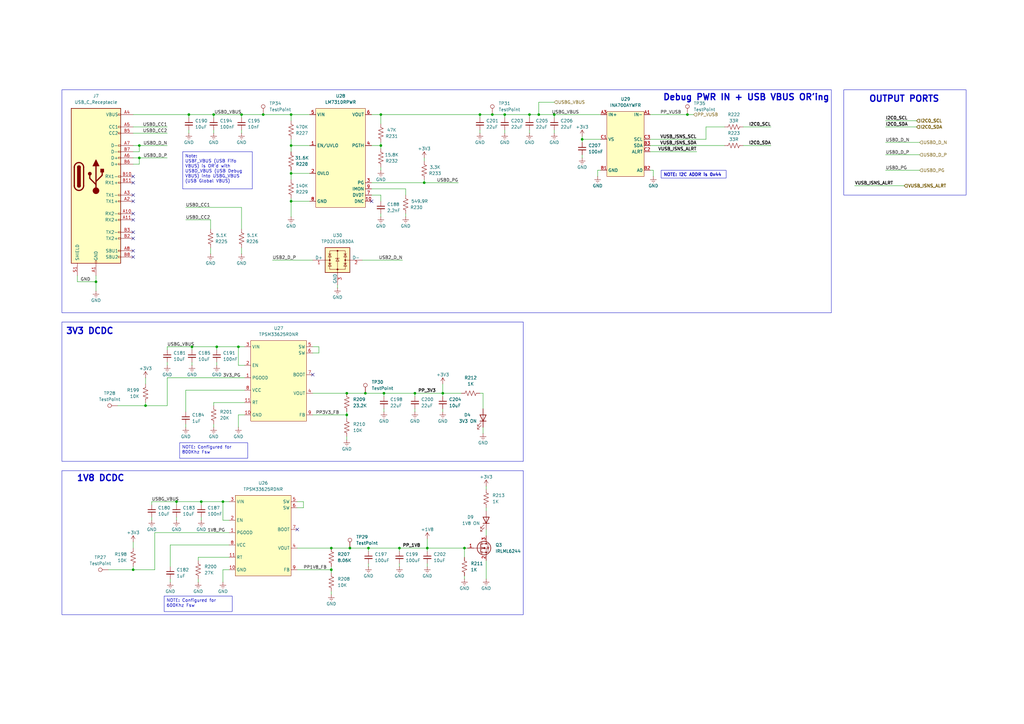
<source format=kicad_sch>
(kicad_sch (version 20250114) (generator "eeschema") (generator_version "9.0")
  (paper "A3")
  (title_block (title "Power") (date "2025-02-18") (rev "3.0") (company "Drexel University") (comment 1 "Designed by John Hofmeyr"))
  (rectangle (start 25.4 36.83) (end 340.995 128.27))
  (rectangle (start 25.4 193.04) (end 214.63 252.095))
  (rectangle (start 346.075 36.83) (end 396.24 80.01))
  (rectangle (start 25.4 132.08) (end 214.63 189.23))
  (text "1V8 DCDC" (at 41.275 196.215 0) (effects (font (size 2.54 2.54) (thickness 0.508) (bold yes))))
  (text "OUTPUT PORTS" (at 370.84 40.64 0) (effects (font (size 2.54 2.54) (thickness 0.508) (bold yes))))
  (text "3V3 DCDC" (at 36.83 135.89 0) (effects (font (size 2.54 2.54) (thickness 0.508) (bold yes))))
  (text "Debug PWR IN + USB VBUS OR'ing" (at 306.07 40.005 0) (effects (font (size 2.54 2.54) (thickness 0.508) (bold yes))))
  (text_box "NOTE: Configured for 800Khz Fsw" (at 73.66 181.61 0) (size 27.94 6.35) (margins 0.9525 0.9525 0.9525 0.9525) (effects (font (size 1.27 1.27)) (justify left top)))
  (text_box "NOTE: i2C ADDR is 0x44" (at 271.145 69.85 0) (size 26.67 3.175) (margins 0.9525 0.9525 0.9525 0.9525) (effects (font (size 1.27 1.27) (bold yes)) (justify left top)))
  (text_box "NOTE: Configured for 600Khz Fsw" (at 67.31 244.475 0) (size 27.94 6.35) (margins 0.9525 0.9525 0.9525 0.9525) (effects (font (size 1.27 1.27)) (justify left top)))
  (text_box "Note: \nUSBF_VBUS (USB Fifo VBUS) is OR'd with USBD_VBUS (USB Debug VBUS) into USBG_VBUS (USB Global VBUS)" (at 74.93 62.23 0) (size 28.575 15.24) (margins 0.9525 0.9525 0.9525 0.9525) (effects (font (size 1.27 1.27)) (justify left top)))
  (junction (at 196.85 46.99))
  (junction (at 217.17 46.99))
  (junction (at 54.61 233.68))
  (junction (at 72.39 205.74))
  (junction (at 207.01 46.99))
  (junction (at 87.63 46.99))
  (junction (at 97.79 142.24))
  (junction (at 82.55 205.74))
  (junction (at 181.61 161.29))
  (junction (at 281.94 46.99))
  (junction (at 190.5 224.79))
  (junction (at 119.38 82.55))
  (junction (at 142.24 161.29))
  (junction (at 57.15 59.69))
  (junction (at 157.48 161.29))
  (junction (at 39.37 115.57))
  (junction (at 156.21 46.99))
  (junction (at 91.44 205.74))
  (junction (at 88.9 142.24))
  (junction (at 99.06 46.99))
  (junction (at 151.13 224.79))
  (junction (at 119.38 71.12))
  (junction (at 173.99 74.93))
  (junction (at 143.51 224.79))
  (junction (at 220.98 46.99))
  (junction (at 119.38 59.69))
  (junction (at 135.89 233.68))
  (junction (at 142.24 170.18))
  (junction (at 238.76 57.15))
  (junction (at 175.26 224.79))
  (junction (at 156.21 59.69))
  (junction (at 59.69 166.37))
  (junction (at 149.86 161.29))
  (junction (at 77.47 46.99))
  (junction (at 227.33 46.99))
  (junction (at 163.83 224.79))
  (junction (at 135.89 224.79))
  (junction (at 107.95 46.99))
  (junction (at 57.15 64.77))
  (junction (at 78.74 142.24))
  (junction (at 119.38 46.99))
  (junction (at 170.18 161.29))
  (junction (at 201.93 46.99))
  (no_connect (at 128.27 153.67))
  (no_connect (at 54.61 90.17))
  (no_connect (at 54.61 82.55))
  (no_connect (at 152.4 82.55))
  (no_connect (at 54.61 105.41))
  (no_connect (at 54.61 72.39))
  (no_connect (at 121.92 217.17))
  (no_connect (at 54.61 102.87))
  (no_connect (at 54.61 87.63))
  (no_connect (at 54.61 80.01))
  (no_connect (at 54.61 74.93))
  (no_connect (at 54.61 95.25))
  (no_connect (at 54.61 97.79))
  (wire (pts (xy 175.26 231.14) (xy 175.26 232.41)))
  (wire (pts (xy 99.06 46.99) (xy 107.95 46.99)))
  (wire (pts (xy 81.28 228.6) (xy 81.28 229.87)))
  (wire (pts (xy 121.92 233.68) (xy 135.89 233.68)))
  (wire (pts (xy 135.89 232.41) (xy 135.89 233.68)))
  (wire (pts (xy 119.38 59.69) (xy 119.38 62.23)))
  (wire (pts (xy 100.33 160.02) (xy 76.2 160.02)))
  (wire (pts (xy 86.36 93.98) (xy 86.36 90.17)))
  (wire (pts (xy 238.76 57.15) (xy 238.76 58.42)))
  (wire (pts (xy 142.24 161.29) (xy 149.86 161.29)))
  (wire (pts (xy 82.55 212.09) (xy 82.55 213.36)))
  (wire (pts (xy 93.98 228.6) (xy 81.28 228.6)))
  (wire (pts (xy 201.93 46.99) (xy 207.01 46.99)))
  (wire (pts (xy 138.43 116.84) (xy 138.43 118.11)))
  (wire (pts (xy 165.1 106.68) (xy 148.59 106.68)))
  (wire (pts (xy 44.45 233.68) (xy 54.61 233.68)))
  (wire (pts (xy 207.01 46.99) (xy 217.17 46.99)))
  (wire (pts (xy 135.89 233.68) (xy 135.89 234.95)))
  (wire (pts (xy 166.37 77.47) (xy 166.37 80.01)))
  (wire (pts (xy 196.85 161.29) (xy 198.12 161.29)))
  (wire (pts (xy 78.74 142.24) (xy 78.74 143.51)))
  (wire (pts (xy 363.22 58.42) (xy 377.19 58.42)))
  (wire (pts (xy 121.92 205.74) (xy 124.46 205.74)))
  (wire (pts (xy 91.44 213.36) (xy 91.44 205.74)))
  (wire (pts (xy 207.01 53.34) (xy 207.01 54.61)))
  (wire (pts (xy 238.76 55.88) (xy 238.76 57.15)))
  (wire (pts (xy 88.9 142.24) (xy 88.9 143.51)))
  (wire (pts (xy 156.21 80.01) (xy 156.21 82.55)))
  (wire (pts (xy 217.17 48.26) (xy 217.17 46.99)))
  (wire (pts (xy 181.61 161.29) (xy 170.18 161.29)))
  (wire (pts (xy 97.79 149.86) (xy 97.79 142.24)))
  (wire (pts (xy 72.39 205.74) (xy 72.39 207.01)))
  (wire (pts (xy 217.17 46.99) (xy 220.98 46.99)))
  (wire (pts (xy 107.95 46.99) (xy 119.38 46.99)))
  (wire (pts (xy 175.26 220.98) (xy 175.26 224.79)))
  (wire (pts (xy 142.24 179.07) (xy 142.24 180.34)))
  (wire (pts (xy 88.9 142.24) (xy 97.79 142.24)))
  (wire (pts (xy 76.2 160.02) (xy 76.2 168.91)))
  (wire (pts (xy 196.85 46.99) (xy 201.93 46.99)))
  (wire (pts (xy 97.79 142.24) (xy 100.33 142.24)))
  (wire (pts (xy 156.21 59.69) (xy 156.21 58.42)))
  (wire (pts (xy 246.38 69.85) (xy 245.11 69.85)))
  (wire (pts (xy 157.48 161.29) (xy 157.48 162.56)))
  (wire (pts (xy 68.58 142.24) (xy 78.74 142.24)))
  (wire (pts (xy 86.36 104.14) (xy 86.36 101.6)))
  (wire (pts (xy 87.63 46.99) (xy 99.06 46.99)))
  (wire (pts (xy 156.21 46.99) (xy 196.85 46.99)))
  (wire (pts (xy 82.55 205.74) (xy 82.55 207.01)))
  (wire (pts (xy 157.48 161.29) (xy 170.18 161.29)))
  (wire (pts (xy 266.7 59.69) (xy 297.18 59.69)))
  (wire (pts (xy 119.38 81.28) (xy 119.38 82.55)))
  (wire (pts (xy 54.61 62.23) (xy 57.15 62.23)))
  (wire (pts (xy 124.46 205.74) (xy 124.46 208.28)))
  (wire (pts (xy 54.61 46.99) (xy 77.47 46.99)))
  (wire (pts (xy 304.8 59.69) (xy 316.23 59.69)))
  (wire (pts (xy 77.47 48.26) (xy 77.47 46.99)))
  (wire (pts (xy 175.26 224.79) (xy 163.83 224.79)))
  (wire (pts (xy 76.2 90.17) (xy 86.36 90.17)))
  (wire (pts (xy 119.38 69.85) (xy 119.38 71.12)))
  (wire (pts (xy 157.48 167.64) (xy 157.48 168.91)))
  (wire (pts (xy 227.33 46.99) (xy 246.38 46.99)))
  (wire (pts (xy 93.98 218.44) (xy 63.5 218.44)))
  (wire (pts (xy 72.39 212.09) (xy 72.39 213.36)))
  (wire (pts (xy 81.28 237.49) (xy 81.28 238.76)))
  (wire (pts (xy 363.22 52.07) (xy 375.92 52.07)))
  (wire (pts (xy 181.61 157.48) (xy 181.61 161.29)))
  (wire (pts (xy 68.58 166.37) (xy 59.69 166.37)))
  (wire (pts (xy 54.61 64.77) (xy 57.15 64.77)))
  (wire (pts (xy 76.2 173.99) (xy 76.2 175.26)))
  (wire (pts (xy 48.26 166.37) (xy 59.69 166.37)))
  (wire (pts (xy 119.38 71.12) (xy 127 71.12)))
  (wire (pts (xy 93.98 233.68) (xy 91.44 233.68)))
  (wire (pts (xy 363.22 63.5) (xy 377.19 63.5)))
  (wire (pts (xy 99.06 53.34) (xy 99.06 54.61)))
  (wire (pts (xy 100.33 149.86) (xy 97.79 149.86)))
  (wire (pts (xy 130.81 144.78) (xy 128.27 144.78)))
  (wire (pts (xy 196.85 48.26) (xy 196.85 46.99)))
  (wire (pts (xy 281.94 46.99) (xy 284.48 46.99)))
  (wire (pts (xy 304.8 52.07) (xy 316.23 52.07)))
  (wire (pts (xy 266.7 46.99) (xy 281.94 46.99)))
  (wire (pts (xy 54.61 52.07) (xy 68.58 52.07)))
  (wire (pts (xy 238.76 63.5) (xy 238.76 64.77)))
  (wire (pts (xy 166.37 87.63) (xy 166.37 88.9)))
  (wire (pts (xy 78.74 142.24) (xy 88.9 142.24)))
  (wire (pts (xy 119.38 46.99) (xy 119.38 49.53)))
  (wire (pts (xy 149.86 161.29) (xy 157.48 161.29)))
  (wire (pts (xy 181.61 162.56) (xy 181.61 161.29)))
  (wire (pts (xy 59.69 154.94) (xy 59.69 157.48)))
  (wire (pts (xy 163.83 224.79) (xy 163.83 226.06)))
  (wire (pts (xy 152.4 59.69) (xy 156.21 59.69)))
  (wire (pts (xy 130.81 142.24) (xy 130.81 144.78)))
  (wire (pts (xy 190.5 224.79) (xy 190.5 228.6)))
  (wire (pts (xy 91.44 205.74) (xy 93.98 205.74)))
  (wire (pts (xy 97.79 170.18) (xy 97.79 175.26)))
  (wire (pts (xy 196.85 53.34) (xy 196.85 54.61)))
  (wire (pts (xy 93.98 223.52) (xy 69.85 223.52)))
  (wire (pts (xy 54.61 222.25) (xy 54.61 224.79)))
  (wire (pts (xy 119.38 82.55) (xy 127 82.55)))
  (wire (pts (xy 227.33 53.34) (xy 227.33 54.61)))
  (wire (pts (xy 57.15 59.69) (xy 68.58 59.69)))
  (wire (pts (xy 199.39 208.28) (xy 199.39 209.55)))
  (wire (pts (xy 266.7 69.85) (xy 267.97 69.85)))
  (wire (pts (xy 87.63 173.99) (xy 87.63 175.26)))
  (wire (pts (xy 77.47 46.99) (xy 87.63 46.99)))
  (wire (pts (xy 217.17 53.34) (xy 217.17 54.61)))
  (wire (pts (xy 128.27 170.18) (xy 142.24 170.18)))
  (wire (pts (xy 199.39 217.17) (xy 199.39 219.71)))
  (wire (pts (xy 175.26 226.06) (xy 175.26 224.79)))
  (wire (pts (xy 181.61 167.64) (xy 181.61 168.91)))
  (wire (pts (xy 57.15 67.31) (xy 57.15 64.77)))
  (wire (pts (xy 119.38 59.69) (xy 127 59.69)))
  (wire (pts (xy 289.56 57.15) (xy 289.56 52.07)))
  (wire (pts (xy 363.22 69.85) (xy 377.19 69.85)))
  (wire (pts (xy 99.06 104.14) (xy 99.06 101.6)))
  (wire (pts (xy 207.01 48.26) (xy 207.01 46.99)))
  (wire (pts (xy 76.2 85.09) (xy 99.06 85.09)))
  (wire (pts (xy 111.76 106.68) (xy 128.27 106.68)))
  (wire (pts (xy 63.5 218.44) (xy 63.5 233.68)))
  (wire (pts (xy 142.24 168.91) (xy 142.24 170.18)))
  (wire (pts (xy 152.4 46.99) (xy 156.21 46.99)))
  (wire (pts (xy 62.23 212.09) (xy 62.23 213.36)))
  (wire (pts (xy 227.33 48.26) (xy 227.33 46.99)))
  (wire (pts (xy 62.23 205.74) (xy 72.39 205.74)))
  (wire (pts (xy 63.5 233.68) (xy 54.61 233.68)))
  (wire (pts (xy 163.83 231.14) (xy 163.83 232.41)))
  (wire (pts (xy 220.98 46.99) (xy 220.98 41.91)))
  (wire (pts (xy 31.75 113.03) (xy 31.75 115.57)))
  (wire (pts (xy 54.61 54.61) (xy 68.58 54.61)))
  (wire (pts (xy 156.21 68.58) (xy 156.21 69.85)))
  (wire (pts (xy 289.56 52.07) (xy 297.18 52.07)))
  (wire (pts (xy 59.69 165.1) (xy 59.69 166.37)))
  (wire (pts (xy 191.77 224.79) (xy 190.5 224.79)))
  (wire (pts (xy 246.38 57.15) (xy 238.76 57.15)))
  (wire (pts (xy 57.15 62.23) (xy 57.15 59.69)))
  (wire (pts (xy 87.63 53.34) (xy 87.63 54.61)))
  (wire (pts (xy 199.39 229.87) (xy 199.39 237.49)))
  (wire (pts (xy 156.21 59.69) (xy 156.21 60.96)))
  (wire (pts (xy 220.98 41.91) (xy 227.33 41.91)))
  (wire (pts (xy 54.61 59.69) (xy 57.15 59.69)))
  (wire (pts (xy 57.15 64.77) (xy 68.58 64.77)))
  (wire (pts (xy 93.98 213.36) (xy 91.44 213.36)))
  (wire (pts (xy 100.33 154.94) (xy 68.58 154.94)))
  (wire (pts (xy 119.38 46.99) (xy 127 46.99)))
  (wire (pts (xy 151.13 224.79) (xy 151.13 226.06)))
  (wire (pts (xy 266.7 62.23) (xy 285.75 62.23)))
  (wire (pts (xy 266.7 57.15) (xy 289.56 57.15)))
  (wire (pts (xy 198.12 161.29) (xy 198.12 167.64)))
  (wire (pts (xy 135.89 224.79) (xy 143.51 224.79)))
  (wire (pts (xy 152.4 77.47) (xy 166.37 77.47)))
  (wire (pts (xy 87.63 48.26) (xy 87.63 46.99)))
  (wire (pts (xy 62.23 205.74) (xy 62.23 207.01)))
  (wire (pts (xy 152.4 74.93) (xy 173.99 74.93)))
  (wire (pts (xy 173.99 64.77) (xy 173.99 66.04)))
  (wire (pts (xy 68.58 148.59) (xy 68.58 149.86)))
  (wire (pts (xy 142.24 170.18) (xy 142.24 171.45)))
  (wire (pts (xy 128.27 142.24) (xy 130.81 142.24)))
  (wire (pts (xy 72.39 205.74) (xy 82.55 205.74)))
  (wire (pts (xy 156.21 46.99) (xy 156.21 50.8)))
  (wire (pts (xy 39.37 113.03) (xy 39.37 115.57)))
  (wire (pts (xy 156.21 87.63) (xy 156.21 88.9)))
  (wire (pts (xy 152.4 80.01) (xy 156.21 80.01)))
  (wire (pts (xy 190.5 236.22) (xy 190.5 237.49)))
  (wire (pts (xy 68.58 154.94) (xy 68.58 166.37)))
  (wire (pts (xy 99.06 93.98) (xy 99.06 85.09)))
  (wire (pts (xy 99.06 48.26) (xy 99.06 46.99)))
  (wire (pts (xy 199.39 199.39) (xy 199.39 200.66)))
  (wire (pts (xy 121.92 224.79) (xy 135.89 224.79)))
  (wire (pts (xy 350.52 76.2) (xy 370.84 76.2)))
  (wire (pts (xy 54.61 232.41) (xy 54.61 233.68)))
  (wire (pts (xy 68.58 142.24) (xy 68.58 143.51)))
  (wire (pts (xy 119.38 57.15) (xy 119.38 59.69)))
  (wire (pts (xy 77.47 53.34) (xy 77.47 54.61)))
  (wire (pts (xy 143.51 224.79) (xy 151.13 224.79)))
  (wire (pts (xy 31.75 115.57) (xy 39.37 115.57)))
  (wire (pts (xy 119.38 71.12) (xy 119.38 73.66)))
  (wire (pts (xy 69.85 223.52) (xy 69.85 232.41)))
  (wire (pts (xy 220.98 46.99) (xy 227.33 46.99)))
  (wire (pts (xy 78.74 148.59) (xy 78.74 149.86)))
  (wire (pts (xy 119.38 82.55) (xy 119.38 88.9)))
  (wire (pts (xy 175.26 224.79) (xy 190.5 224.79)))
  (wire (pts (xy 54.61 67.31) (xy 57.15 67.31)))
  (wire (pts (xy 135.89 242.57) (xy 135.89 243.84)))
  (wire (pts (xy 267.97 69.85) (xy 267.97 72.39)))
  (wire (pts (xy 87.63 165.1) (xy 87.63 166.37)))
  (wire (pts (xy 181.61 161.29) (xy 189.23 161.29)))
  (wire (pts (xy 173.99 73.66) (xy 173.99 74.93)))
  (wire (pts (xy 170.18 161.29) (xy 170.18 162.56)))
  (wire (pts (xy 198.12 175.26) (xy 198.12 177.8)))
  (wire (pts (xy 100.33 170.18) (xy 97.79 170.18)))
  (wire (pts (xy 363.22 49.53) (xy 375.92 49.53)))
  (wire (pts (xy 124.46 208.28) (xy 121.92 208.28)))
  (wire (pts (xy 39.37 115.57) (xy 39.37 119.38)))
  (wire (pts (xy 69.85 237.49) (xy 69.85 238.76)))
  (wire (pts (xy 245.11 69.85) (xy 245.11 72.39)))
  (wire (pts (xy 151.13 224.79) (xy 163.83 224.79)))
  (wire (pts (xy 151.13 231.14) (xy 151.13 232.41)))
  (wire (pts (xy 88.9 148.59) (xy 88.9 149.86)))
  (wire (pts (xy 170.18 167.64) (xy 170.18 168.91)))
  (wire (pts (xy 100.33 165.1) (xy 87.63 165.1)))
  (wire (pts (xy 128.27 161.29) (xy 142.24 161.29)))
  (wire (pts (xy 82.55 205.74) (xy 91.44 205.74)))
  (wire (pts (xy 173.99 74.93) (xy 187.96 74.93)))
  (wire (pts (xy 91.44 233.68) (xy 91.44 238.76)))
  (label "USBD_CC2" (at 68.58 54.61 180))
  (label "PP_1V8" (at 165.1 224.79 0) (effects (font (bold yes))))
  (label "VUSB_ISNS_SCL" (at 285.75 57.15 180) (effects (font (bold yes))))
  (label "I2C0_SDA" (at 316.23 59.69 180) (effects (font (bold yes))))
  (label "USBG_VBUS" (at 62.23 205.74 0))
  (label "3V3_PG" (at 91.44 154.94 0))
  (label "PP3V3_FB" (at 129.54 170.18 0))
  (label "USBD_D_N" (at 68.58 59.69 180))
  (label "1V8_PG" (at 85.09 218.44 0))
  (label "I2C0_SCL" (at 363.22 49.53 0) (effects (font (bold yes))))
  (label "I2C0_SDA" (at 363.22 52.07 0) (effects (font (bold yes))))
  (label "VUSB_ISNS_ALRT" (at 285.75 62.23 180) (effects (font (bold yes))))
  (label "USB2_D_P" (at 111.76 106.68 0))
  (label "VUSB_ISNS_ALRT" (at 350.52 76.2 0) (effects (font (bold yes))))
  (label "USBD_D_N" (at 363.22 58.42 0))
  (label "USBD_PG" (at 187.96 74.93 180))
  (label "USBD_CC1" (at 68.58 52.07 180))
  (label "USBD_D_P" (at 68.58 64.77 180))
  (label "USBD_CC1" (at 76.2 85.09 0))
  (label "PP_VUSB" (at 279.4 46.99 180))
  (label "USBG_VBUS" (at 68.58 142.24 0))
  (label "VUSB_ISNS_SDA" (at 285.75 59.69 180) (effects (font (bold yes))))
  (label "USBG_VBUS" (at 237.49 46.99 180))
  (label "USB2_D_N" (at 165.1 106.68 180))
  (label "USBD_CC2" (at 76.2 90.17 0))
  (label "I2C0_SCL" (at 316.23 52.07 180) (effects (font (bold yes))))
  (label "USBD_PG" (at 363.22 69.85 0))
  (label "USBD_VBUS" (at 99.06 46.99 180))
  (label "GND" (at 33.02 115.57 0))
  (label "USBD_D_P" (at 363.22 63.5 0))
  (label "PP_3V3" (at 171.45 161.29 0) (effects (font (bold yes))))
  (label "PP1V8_FB" (at 124.46 233.68 0))
  (hierarchical_label "USBG_VBUS" (shape input) (at 227.33 41.91 0))
  (hierarchical_label "I2C0_SCL" (shape input) (at 375.92 49.53 0) (effects (font (bold yes))))
  (hierarchical_label "VUSB_ISNS_ALRT" (shape input) (at 370.84 76.2 0) (effects (font (bold yes))))
  (hierarchical_label "PP_VUSB" (shape input) (at 284.48 46.99 0))
  (hierarchical_label "USBD_D_N" (shape input) (at 377.19 58.42 0))
  (hierarchical_label "I2C0_SDA" (shape input) (at 375.92 52.07 0) (effects (font (bold yes))))
  (hierarchical_label "USBD_PG" (shape input) (at 377.19 69.85 0))
  (hierarchical_label "USBD_D_P" (shape input) (at 377.19 63.5 0))
  (symbol (lib_id "power:GND") (at 87.63 175.26 0) (unit 1)
    (property "Reference" "#PWR0382" (effects (hide yes)))
    (property "Value" "GND" (at 87.63 179.07 0))
    (property "Description" "Power symbol creates a global label with name \"GND\" , ground" (effects (hide yes)))
  )
  (symbol (lib_id "Device:R_US") (at 190.5 232.41 180) (unit 1)
    (property "Reference" "R211" (at 193.04 231.1399 0) (effects (justify right)))
    (property "Value" "1K" (at 193.04 233.6799 0) (effects (justify right)))
    (property "Footprint" "Resistor_SMD:R_0201_0603Metric" (effects (hide yes)))
    (property "Description" "Resistor, US symbol" (effects (hide yes)))
  )
  (symbol (lib_id "Device:R_US") (at 99.06 97.79 180) (unit 1)
    (property "Reference" "R226" (at 103.505 99.06 0))
    (property "Value" "5.1K" (at 103.505 96.52 0))
    (property "Footprint" "Resistor_SMD:R_0201_0603Metric" (effects (hide yes)))
    (property "Description" "Resistor, US symbol" (effects (hide yes)))
  )
  (symbol (lib_id "power:GND") (at 238.76 64.77 0) (unit 1)
    (property "Reference" "#PWR0417" (effects (hide yes)))
    (property "Value" "GND" (at 238.76 68.58 0))
    (property "Description" "Power symbol creates a global label with name \"GND\" , ground" (effects (hide yes)))
  )
  (symbol (lib_id "power:GND") (at 78.74 149.86 0) (unit 1)
    (property "Reference" "#PWR0376" (effects (hide yes)))
    (property "Value" "GND" (at 78.74 153.67 0))
    (property "Description" "Power symbol creates a global label with name \"GND\" , ground" (effects (hide yes)))
  )
  (symbol (lib_id "Device:C_Small") (at 175.26 228.6 0) (unit 1)
    (property "Reference" "C202" (at 177.8 227.3362 0) (effects (justify left)))
    (property "Value" "10uF" (at 177.8 229.8762 0) (effects (justify left)))
    (property "Footprint" "Capacitor_SMD:C_0603_1608Metric" (effects (hide yes)))
    (property "Description" "Unpolarized capacitor, small symbol" (effects (hide yes)))
  )
  (symbol (lib_id "power:GND") (at 68.58 149.86 0) (unit 1)
    (property "Reference" "#PWR0372" (effects (hide yes)))
    (property "Value" "GND" (at 68.58 153.67 0))
    (property "Description" "Power symbol creates a global label with name \"GND\" , ground" (effects (hide yes)))
  )
  (symbol (lib_id "power:+3V3") (at 173.99 64.77 0) (unit 1)
    (property "Reference" "#PWR0419" (effects (hide yes)))
    (property "Value" "+3V3" (at 173.99 60.96 0))
    (property "Description" "Power symbol creates a global label with name \"+3V3\"" (effects (hide yes)))
  )
  (symbol (lib_id "Device:R_US") (at 156.21 54.61 180) (unit 1)
    (property "Reference" "R231" (at 160.655 55.88 0))
    (property "Value" "47K" (at 160.655 53.34 0))
    (property "Footprint" "Resistor_SMD:R_0201_0603Metric" (effects (hide yes)))
    (property "Description" "Resistor, US symbol" (effects (hide yes)))
  )
  (symbol (lib_id "power:GND") (at 198.12 177.8 0) (unit 1)
    (property "Reference" "#PWR0410" (effects (hide yes)))
    (property "Value" "GND" (at 198.12 181.61 0))
    (property "Description" "Power symbol creates a global label with name \"GND\" , ground" (effects (hide yes)))
  )
  (symbol (lib_id "Connector:TestPoint") (at 149.86 161.29 0) (unit 1)
    (property "Reference" "TP30" (at 152.4 156.7179 0) (effects (justify left)))
    (property "Value" "TestPoint" (at 152.4 159.2579 0) (effects (justify left)))
    (property "Footprint" "IO_Module:Test Point 0.5mm No Silk" (effects (hide yes)))
    (property "Description" "test point" (effects (hide yes)))
  )
  (symbol (lib_id "Device:C_Small") (at 62.23 209.55 0) (unit 1)
    (property "Reference" "C180" (at 64.77 208.2862 0) (effects (justify left)))
    (property "Value" "10uF" (at 64.77 210.8262 0) (effects (justify left)))
    (property "Footprint" "Capacitor_SMD:C_0603_1608Metric" (effects (hide yes)))
    (property "Description" "Unpolarized capacitor, small symbol" (effects (hide yes)))
  )
  (symbol (lib_id "Device:C_Small") (at 77.47 50.8 0) (unit 1)
    (property "Reference" "C190" (at 80.01 49.5362 0) (effects (justify left)))
    (property "Value" "10uF" (at 80.01 52.0762 0) (effects (justify left)))
    (property "Footprint" "Capacitor_SMD:C_0603_1608Metric" (effects (hide yes)))
    (property "Description" "Unpolarized capacitor, small symbol" (effects (hide yes)))
  )
  (symbol (lib_id "Device:C_Small") (at 76.2 171.45 0) (unit 1)
    (property "Reference" "C184" (at 78.74 170.1862 0) (effects (justify left)))
    (property "Value" "1uF" (at 78.74 172.7262 0) (effects (justify left)))
    (property "Footprint" "Capacitor_SMD:C_0201_0603Metric" (effects (hide yes)))
    (property "Description" "Unpolarized capacitor, small symbol" (effects (hide yes)))
  )
  (symbol (lib_id "Device:C_Small") (at 87.63 50.8 0) (unit 1)
    (property "Reference" "C194" (at 90.17 49.5362 0) (effects (justify left)))
    (property "Value" "100nF" (at 90.17 52.0762 0) (effects (justify left)))
    (property "Footprint" "Capacitor_SMD:C_0201_0603Metric" (effects (hide yes)))
    (property "Description" "Unpolarized capacitor, small symbol" (effects (hide yes)))
  )
  (symbol (lib_id "power:+3V3") (at 199.39 199.39 0) (unit 1)
    (property "Reference" "#PWR0411" (effects (hide yes)))
    (property "Value" "+3V3" (at 199.39 195.58 0))
    (property "Description" "Power symbol creates a global label with name \"+3V3\"" (effects (hide yes)))
  )
  (symbol (lib_id "power:GND") (at 156.21 69.85 0) (unit 1)
    (property "Reference" "#PWR0387" (effects (hide yes)))
    (property "Value" "GND" (at 156.21 73.66 0))
    (property "Description" "Power symbol creates a global label with name \"GND\" , ground" (effects (hide yes)))
  )
  (symbol (lib_id "Connector:TestPoint") (at 44.45 233.68 90) (unit 1)
    (property "Reference" "TP27" (at 41.148 228.6 90))
    (property "Value" "TestPoint" (at 41.148 231.14 90))
    (property "Footprint" "IO_Module:Test Point 0.5mm No Silk" (effects (hide yes)))
    (property "Description" "test point" (effects (hide yes)))
  )
  (symbol (lib_id "power:GND") (at 87.63 54.61 0) (unit 1)
    (property "Reference" "#PWR0389" (effects (hide yes)))
    (property "Value" "GND" (at 87.63 58.42 0))
    (property "Description" "Power symbol creates a global label with name \"GND\" , ground" (effects (hide yes)))
  )
  (symbol (lib_id "Device:R_US") (at 87.63 170.18 180) (unit 1)
    (property "Reference" "R201" (at 90.17 168.9099 0) (effects (justify right)))
    (property "Value" "20K" (at 90.17 171.4499 0) (effects (justify right)))
    (property "Footprint" "Resistor_SMD:R_0201_0603Metric" (effects (hide yes)))
    (property "Description" "Resistor, US symbol" (effects (hide yes)))
  )
  (symbol (lib_id "IO_Module:LM7310RPWR") (at 129.54 82.55 0) (unit 1)
    (property "Reference" "U28" (at 139.7 39.37 0))
    (property "Value" "LM7310RPWR" (at 139.7 41.91 0))
    (property "Footprint" "IO_Module:IC_LM73100RPWR" (effects (hide yes)))
    (property "Datasheet" "https://www.ti.com/lit/ds/symlink/lm7310.pdf" (effects (hide yes)))
    (property "Description" "Ideal Diode Power OR" (effects (hide yes)))
  )
  (symbol (lib_id "power:+3V3") (at 238.76 55.88 0) (unit 1)
    (property "Reference" "#PWR0416" (effects (hide yes)))
    (property "Value" "+3V3" (at 238.76 52.07 0))
    (property "Description" "Power symbol creates a global label with name \"+3V3\"" (effects (hide yes)))
  )
  (symbol (lib_id "power:GND") (at 245.11 72.39 0) (unit 1)
    (property "Reference" "#PWR0418" (effects (hide yes)))
    (property "Value" "GND" (at 245.11 76.2 0))
    (property "Description" "Power symbol creates a global label with name \"GND\" , ground" (effects (hide yes)))
  )
  (symbol (lib_id "Device:R_US") (at 166.37 83.82 180) (unit 1)
    (property "Reference" "R230" (at 170.815 85.09 0))
    (property "Value" "549.9R" (at 172.085 82.55 0))
    (property "Footprint" "Resistor_SMD:R_0201_0603Metric" (effects (hide yes)))
    (property "Description" "Resistor, US symbol" (effects (hide yes)))
  )
  (symbol (lib_id "Device:C_Small") (at 170.18 165.1 0) (unit 1)
    (property "Reference" "C200" (at 172.72 163.8362 0) (effects (justify left)))
    (property "Value" "22uF" (at 172.72 166.3762 0) (effects (justify left)))
    (property "Footprint" "Capacitor_SMD:C_0805_2012Metric" (effects (hide yes)))
    (property "Description" "Unpolarized capacitor, small symbol" (effects (hide yes)))
  )
  (symbol (lib_id "power:GND") (at 207.01 54.61 0) (unit 1)
    (property "Reference" "#PWR0405" (effects (hide yes)))
    (property "Value" "GND" (at 207.01 58.42 0))
    (property "Description" "Power symbol creates a global label with name \"GND\" , ground" (effects (hide yes)))
  )
  (symbol (lib_id "Device:C_Small") (at 207.01 50.8 0) (unit 1)
    (property "Reference" "C203" (at 209.55 49.5362 0) (effects (justify left)))
    (property "Value" "22uF" (at 209.55 52.0762 0) (effects (justify left)))
    (property "Footprint" "Capacitor_SMD:C_0805_2012Metric" (effects (hide yes)))
    (property "Description" "Unpolarized capacitor, small symbol" (effects (hide yes)))
  )
  (symbol (lib_id "power:GND") (at 181.61 168.91 0) (unit 1)
    (property "Reference" "#PWR0407" (effects (hide yes)))
    (property "Value" "GND" (at 181.61 172.72 0))
    (property "Description" "Power symbol creates a global label with name \"GND\" , ground" (effects (hide yes)))
  )
  (symbol (lib_id "Device:C_Small") (at 181.61 165.1 0) (unit 1)
    (property "Reference" "C204" (at 184.15 163.8362 0) (effects (justify left)))
    (property "Value" "10uF" (at 184.15 166.3762 0) (effects (justify left)))
    (property "Footprint" "Capacitor_SMD:C_0603_1608Metric" (effects (hide yes)))
    (property "Description" "Unpolarized capacitor, small symbol" (effects (hide yes)))
  )
  (symbol (lib_id "Device:C_Small") (at 72.39 209.55 0) (unit 1)
    (property "Reference" "C183" (at 74.93 208.2862 0) (effects (justify left)))
    (property "Value" "10uF" (at 74.93 210.8262 0) (effects (justify left)))
    (property "Footprint" "Capacitor_SMD:C_0603_1608Metric" (effects (hide yes)))
    (property "Description" "Unpolarized capacitor, small symbol" (effects (hide yes)))
  )
  (symbol (lib_id "Device:C_Small") (at 227.33 50.8 0) (unit 1)
    (property "Reference" "C206" (at 229.87 49.5362 0) (effects (justify left)))
    (property "Value" "22uF" (at 229.87 52.0762 0) (effects (justify left)))
    (property "Footprint" "Capacitor_SMD:C_0805_2012Metric" (effects (hide yes)))
    (property "Description" "Unpolarized capacitor, small symbol" (effects (hide yes)))
  )
  (symbol (lib_id "power:GND") (at 99.06 104.14 0) (unit 1)
    (property "Reference" "#PWR0427" (effects (hide yes)))
    (property "Value" "GND" (at 99.06 107.95 0))
    (property "Description" "Power symbol creates a global label with name \"GND\" , ground" (effects (hide yes)))
  )
  (symbol (lib_id "Device:R_US") (at 135.89 238.76 180) (unit 1)
    (property "Reference" "R208" (at 138.43 237.4899 0) (effects (justify right)))
    (property "Value" "10K" (at 138.43 240.0299 0) (effects (justify right)))
    (property "Footprint" "Resistor_SMD:R_0201_0603Metric" (effects (hide yes)))
    (property "Description" "Resistor, US symbol" (effects (hide yes)))
  )
  (symbol (lib_id "Device:R_US") (at 119.38 66.04 180) (unit 1)
    (property "Reference" "R228" (at 123.825 67.31 0))
    (property "Value" "31.6K" (at 123.825 64.77 0))
    (property "Footprint" "Resistor_SMD:R_0201_0603Metric" (effects (hide yes)))
    (property "Description" "Resistor, US symbol" (effects (hide yes)))
  )
  (symbol (lib_id "Device:C_Small") (at 99.06 50.8 0) (unit 1)
    (property "Reference" "C195" (at 101.6 49.5362 0) (effects (justify left)))
    (property "Value" "10nF" (at 101.6 52.0762 0) (effects (justify left)))
    (property "Footprint" "Capacitor_SMD:C_0201_0603Metric" (effects (hide yes)))
    (property "Description" "Unpolarized capacitor, small symbol" (effects (hide yes)))
  )
  (symbol (lib_id "Device:C_Small") (at 68.58 146.05 0) (unit 1)
    (property "Reference" "C181" (at 71.12 144.7862 0) (effects (justify left)))
    (property "Value" "10uF" (at 71.12 147.3262 0) (effects (justify left)))
    (property "Footprint" "Capacitor_SMD:C_0603_1608Metric" (effects (hide yes)))
    (property "Description" "Unpolarized capacitor, small symbol" (effects (hide yes)))
  )
  (symbol (lib_id "power:GND") (at 62.23 213.36 0) (unit 1)
    (property "Reference" "#PWR0371" (effects (hide yes)))
    (property "Value" "GND" (at 62.23 217.17 0))
    (property "Description" "Power symbol creates a global label with name \"GND\" , ground" (effects (hide yes)))
  )
  (symbol (lib_id "power:GND") (at 170.18 168.91 0) (unit 1)
    (property "Reference" "#PWR0401" (effects (hide yes)))
    (property "Value" "GND" (at 170.18 172.72 0))
    (property "Description" "Power symbol creates a global label with name \"GND\" , ground" (effects (hide yes)))
  )
  (symbol (lib_id "power:GND") (at 190.5 237.49 0) (unit 1)
    (property "Reference" "#PWR0408" (effects (hide yes)))
    (property "Value" "GND" (at 190.5 241.3 0))
    (property "Description" "Power symbol creates a global label with name \"GND\" , ground" (effects (hide yes)))
  )
  (symbol (lib_id "power:GND") (at 86.36 104.14 0) (unit 1)
    (property "Reference" "#PWR0426" (effects (hide yes)))
    (property "Value" "GND" (at 86.36 107.95 0))
    (property "Description" "Power symbol creates a global label with name \"GND\" , ground" (effects (hide yes)))
  )
  (symbol (lib_id "Device:C_Small") (at 238.76 60.96 0) (unit 1)
    (property "Reference" "C207" (at 241.3 59.6962 0) (effects (justify left)))
    (property "Value" "100nF" (at 241.3 62.2362 0) (effects (justify left)))
    (property "Footprint" "Capacitor_SMD:C_0201_0603Metric" (effects (hide yes)))
    (property "Description" "Unpolarized capacitor, small symbol" (effects (hide yes)))
  )
  (symbol (lib_id "power:GND") (at 199.39 237.49 0) (unit 1)
    (property "Reference" "#PWR0412" (effects (hide yes)))
    (property "Value" "GND" (at 199.39 241.3 0))
    (property "Description" "Power symbol creates a global label with name \"GND\" , ground" (effects (hide yes)))
  )
  (symbol (lib_id "Device:R_US") (at 173.99 69.85 180) (unit 1)
    (property "Reference" "R233" (at 178.435 71.12 0))
    (property "Value" "3.3K" (at 178.435 68.58 0))
    (property "Footprint" "Resistor_SMD:R_0201_0603Metric" (effects (hide yes)))
    (property "Description" "Resistor, US symbol" (effects (hide yes)))
  )
  (symbol (lib_id "Device:LED") (at 198.12 171.45 270) (mirror x) (unit 1)
    (property "Reference" "D4" (at 193.04 170.18 90) (effects (justify right)))
    (property "Value" "3V3 ON" (at 195.58 172.72 90) (effects (justify right)))
    (property "Footprint" "LED_SMD:LED_0603_1608Metric" (effects (hide yes)))
    (property "Description" "Light emitting diode" (effects (hide yes)))
  )
  (symbol (lib_id "Device:C_Small") (at 88.9 146.05 0) (unit 1)
    (property "Reference" "C191" (at 91.44 144.7862 0) (effects (justify left)))
    (property "Value" "100nF" (at 91.44 147.3262 0) (effects (justify left)))
    (property "Footprint" "Capacitor_SMD:C_0201_0603Metric" (effects (hide yes)))
    (property "Description" "Unpolarized capacitor, small symbol" (effects (hide yes)))
  )
  (symbol (lib_id "Connector:TestPoint") (at 281.94 46.99 0) (unit 1)
    (property "Reference" "TP35" (at 284.48 42.4179 0) (effects (justify left)))
    (property "Value" "TestPoint" (at 284.48 44.9579 0) (effects (justify left)))
    (property "Footprint" "IO_Module:Test Point 0.5mm No Silk" (effects (hide yes)))
    (property "Description" "test point" (effects (hide yes)))
  )
  (symbol (lib_id "power:GND") (at 166.37 88.9 0) (unit 1)
    (property "Reference" "#PWR0381" (effects (hide yes)))
    (property "Value" "GND" (at 166.37 92.71 0))
    (property "Description" "Power symbol creates a global label with name \"GND\" , ground" (effects (hide yes)))
  )
  (symbol (lib_id "Device:R_US") (at 142.24 165.1 180) (unit 1)
    (property "Reference" "R209" (at 144.78 163.8299 0) (effects (justify right)))
    (property "Value" "23.2K" (at 144.78 166.3699 0) (effects (justify right)))
    (property "Footprint" "Resistor_SMD:R_0201_0603Metric" (effects (hide yes)))
    (property "Description" "Resistor, US symbol" (effects (hide yes)))
  )
  (symbol (lib_id "Device:R_US") (at 300.99 59.69 270) (unit 1)
    (property "Reference" "R223" (at 300.99 54.61 90))
    (property "Value" "33R" (at 300.99 57.15 90))
    (property "Footprint" "Resistor_SMD:R_0201_0603Metric" (effects (hide yes)))
    (property "Description" "Resistor, US symbol" (effects (hide yes)))
  )
  (symbol (lib_id "Device:R_US") (at 300.99 52.07 270) (unit 1)
    (property "Reference" "R222" (at 300.99 46.99 90))
    (property "Value" "33R" (at 300.99 49.53 90))
    (property "Footprint" "Resistor_SMD:R_0201_0603Metric" (effects (hide yes)))
    (property "Description" "Resistor, US symbol" (effects (hide yes)))
  )
  (symbol (lib_id "Device:R_US") (at 54.61 228.6 0) (mirror x) (unit 1)
    (property "Reference" "R198" (at 52.07 227.3299 0) (effects (justify right)))
    (property "Value" "10K" (at 52.07 229.8699 0) (effects (justify right)))
    (property "Footprint" "Resistor_SMD:R_0201_0603Metric" (effects (hide yes)))
    (property "Description" "Resistor, US symbol" (effects (hide yes)))
  )
  (symbol (lib_id "power:GND") (at 151.13 232.41 0) (unit 1)
    (property "Reference" "#PWR0398" (effects (hide yes)))
    (property "Value" "GND" (at 151.13 236.22 0))
    (property "Description" "Power symbol creates a global label with name \"GND\" , ground" (effects (hide yes)))
  )
  (symbol (lib_id "Connector:TestPoint") (at 143.51 224.79 0) (unit 1)
    (property "Reference" "TP29" (at 146.05 220.2179 0) (effects (justify left)))
    (property "Value" "TestPoint" (at 146.05 222.7579 0) (effects (justify left)))
    (property "Footprint" "IO_Module:Test Point 0.5mm No Silk" (effects (hide yes)))
    (property "Description" "test point" (effects (hide yes)))
  )
  (symbol (lib_id "power:GND") (at 157.48 168.91 0) (unit 1)
    (property "Reference" "#PWR0399" (effects (hide yes)))
    (property "Value" "GND" (at 157.48 172.72 0))
    (property "Description" "Power symbol creates a global label with name \"GND\" , ground" (effects (hide yes)))
  )
  (symbol (lib_id "power:+1V8") (at 175.26 220.98 0) (unit 1)
    (property "Reference" "#PWR0403" (effects (hide yes)))
    (property "Value" "+1V8" (at 175.26 217.17 0))
    (property "Description" "Power symbol creates a global label with name \"+1V8\"" (effects (hide yes)))
  )
  (symbol (lib_id "Connector:TestPoint") (at 201.93 46.99 0) (unit 1)
    (property "Reference" "TP31" (at 204.47 42.4179 0) (effects (justify left)))
    (property "Value" "TestPoint" (at 204.47 44.9579 0) (effects (justify left)))
    (property "Footprint" "IO_Module:Test Point 0.5mm No Silk" (effects (hide yes)))
    (property "Description" "test point" (effects (hide yes)))
  )
  (symbol (lib_id "power:GND") (at 119.38 88.9 0) (unit 1)
    (property "Reference" "#PWR0394" (effects (hide yes)))
    (property "Value" "GND" (at 119.38 92.71 0))
    (property "Description" "Power symbol creates a global label with name \"GND\" , ground" (effects (hide yes)))
  )
  (symbol (lib_id "power:GND") (at 227.33 54.61 0) (unit 1)
    (property "Reference" "#PWR0413" (effects (hide yes)))
    (property "Value" "GND" (at 227.33 58.42 0))
    (property "Description" "Power symbol creates a global label with name \"GND\" , ground" (effects (hide yes)))
  )
  (symbol (lib_id "power:GND") (at 142.24 180.34 0) (unit 1)
    (property "Reference" "#PWR0397" (effects (hide yes)))
    (property "Value" "GND" (at 142.24 184.15 0))
    (property "Description" "Power symbol creates a global label with name \"GND\" , ground" (effects (hide yes)))
  )
  (symbol (lib_id "power:GND") (at 69.85 238.76 0) (unit 1)
    (property "Reference" "#PWR0373" (effects (hide yes)))
    (property "Value" "GND" (at 69.85 242.57 0))
    (property "Description" "Power symbol creates a global label with name \"GND\" , ground" (effects (hide yes)))
  )
  (symbol (lib_id "power:GND") (at 88.9 149.86 0) (unit 1)
    (property "Reference" "#PWR0384" (effects (hide yes)))
    (property "Value" "GND" (at 88.9 153.67 0))
    (property "Description" "Power symbol creates a global label with name \"GND\" , ground" (effects (hide yes)))
  )
  (symbol (lib_id "Device:LED") (at 199.39 213.36 270) (mirror x) (unit 1)
    (property "Reference" "D9" (at 194.31 212.09 90) (effects (justify right)))
    (property "Value" "1V8 ON" (at 196.85 214.63 90) (effects (justify right)))
    (property "Footprint" "LED_SMD:LED_0603_1608Metric" (effects (hide yes)))
    (property "Description" "Light emitting diode" (effects (hide yes)))
  )
  (symbol (lib_id "Device:C_Small") (at 157.48 165.1 0) (unit 1)
    (property "Reference" "C198" (at 160.02 163.8362 0) (effects (justify left)))
    (property "Value" "22uF" (at 160.02 166.3762 0) (effects (justify left)))
    (property "Footprint" "Capacitor_SMD:C_0805_2012Metric" (effects (hide yes)))
    (property "Description" "Unpolarized capacitor, small symbol" (effects (hide yes)))
  )
  (symbol (lib_id "power:GND") (at 72.39 213.36 0) (unit 1)
    (property "Reference" "#PWR0374" (effects (hide yes)))
    (property "Value" "GND" (at 72.39 217.17 0))
    (property "Description" "Power symbol creates a global label with name \"GND\" , ground" (effects (hide yes)))
  )
  (symbol (lib_id "power:GND") (at 138.43 118.11 0) (unit 1)
    (property "Reference" "#PWR0422" (effects (hide yes)))
    (property "Value" "GND" (at 138.43 121.92 0))
    (property "Description" "Power symbol creates a global label with name \"GND\" , ground" (effects (hide yes)))
  )
  (symbol (lib_id "Device:C_Small") (at 151.13 228.6 0) (unit 1)
    (property "Reference" "C197" (at 153.67 227.3362 0) (effects (justify left)))
    (property "Value" "100uF" (at 153.67 229.8762 0) (effects (justify left)))
    (property "Footprint" "Capacitor_SMD:C_0805_2012Metric" (effects (hide yes)))
    (property "Description" "Unpolarized capacitor, small symbol" (effects (hide yes)))
  )
  (symbol (lib_id "power:GND") (at 99.06 54.61 0) (unit 1)
    (property "Reference" "#PWR0392" (effects (hide yes)))
    (property "Value" "GND" (at 99.06 58.42 0))
    (property "Description" "Power symbol creates a global label with name \"GND\" , ground" (effects (hide yes)))
  )
  (symbol (lib_id "Connector:USB_C_Receptacle") (at 39.37 72.39 0) (unit 1)
    (property "Reference" "J7" (at 39.37 39.37 0))
    (property "Value" "USB_C_Receptacle" (at 39.37 41.91 0))
    (property "Footprint" "IO_Module:GCT_USB4056-03-A_REVA2" (effects (hide yes)))
    (property "Datasheet" "https://www.usb.org/sites/default/files/documents/usb_type-c.zip" (effects (hide yes)))
    (property "Description" "USB Full-Featured Type-C Receptacle connector" (effects (hide yes)))
  )
  (symbol (lib_id "Device:R_US") (at 135.89 228.6 180) (unit 1)
    (property "Reference" "R207" (at 138.43 227.3299 0) (effects (justify right)))
    (property "Value" "8.06K" (at 138.43 229.8699 0) (effects (justify right)))
    (property "Footprint" "Resistor_SMD:R_0201_0603Metric" (effects (hide yes)))
    (property "Description" "Resistor, US symbol" (effects (hide yes)))
  )
  (symbol (lib_id "power:+3V3") (at 59.69 154.94 0) (unit 1)
    (property "Reference" "#PWR0370" (effects (hide yes)))
    (property "Value" "+3V3" (at 59.69 151.13 0))
    (property "Description" "Power symbol creates a global label with name \"+3V3\"" (effects (hide yes)))
  )
  (symbol (lib_id "power:GND") (at 81.28 238.76 0) (unit 1)
    (property "Reference" "#PWR0378" (effects (hide yes)))
    (property "Value" "GND" (at 81.28 242.57 0))
    (property "Description" "Power symbol creates a global label with name \"GND\" , ground" (effects (hide yes)))
  )
  (symbol (lib_id "power:GND") (at 97.79 175.26 0) (unit 1)
    (property "Reference" "#PWR0388" (effects (hide yes)))
    (property "Value" "GND" (at 97.79 179.07 0))
    (property "Description" "Power symbol creates a global label with name \"GND\" , ground" (effects (hide yes)))
  )
  (symbol (lib_id "Device:R_US") (at 86.36 97.79 180) (unit 1)
    (property "Reference" "R225" (at 90.805 99.06 0))
    (property "Value" "5.1K" (at 90.805 96.52 0))
    (property "Footprint" "Resistor_SMD:R_0201_0603Metric" (effects (hide yes)))
    (property "Description" "Resistor, US symbol" (effects (hide yes)))
  )
  (symbol (lib_id "Device:C_Small") (at 78.74 146.05 0) (unit 1)
    (property "Reference" "C185" (at 81.28 144.7862 0) (effects (justify left)))
    (property "Value" "10uF" (at 81.28 147.3262 0) (effects (justify left)))
    (property "Footprint" "Capacitor_SMD:C_0603_1608Metric" (effects (hide yes)))
    (property "Description" "Unpolarized capacitor, small symbol" (effects (hide yes)))
  )
  (symbol (lib_id "Power_Protection:TPD2EUSB30A") (at 138.43 106.68 0) (unit 1)
    (property "Reference" "U30" (at 138.43 96.52 0))
    (property "Value" "TPD2EUSB30A" (at 138.43 99.06 0))
    (property "Footprint" "Package_TO_SOT_SMD:Texas_DRT-3" (effects (hide yes)))
    (property "Datasheet" "http://www.ti.com/lit/ds/symlink/tpd2eusb30a.pdf" (effects (hide yes)))
    (property "Description" "2-Channel ESD Protection for Super-Speed USB 3.0 Interface, DRT-3" (effects (hide yes)))
  )
  (symbol (lib_id "power:GND") (at 217.17 54.61 0) (unit 1)
    (property "Reference" "#PWR0409" (effects (hide yes)))
    (property "Value" "GND" (at 217.17 58.42 0))
    (property "Description" "Power symbol creates a global label with name \"GND\" , ground" (effects (hide yes)))
  )
  (symbol (lib_id "Connector:TestPoint") (at 48.26 166.37 90) (unit 1)
    (property "Reference" "TP28" (at 44.958 161.29 90))
    (property "Value" "TestPoint" (at 44.958 163.83 90))
    (property "Footprint" "IO_Module:Test Point 0.5mm No Silk" (effects (hide yes)))
    (property "Description" "test point" (effects (hide yes)))
  )
  (symbol (lib_id "power:GND") (at 77.47 54.61 0) (unit 1)
    (property "Reference" "#PWR0383" (effects (hide yes)))
    (property "Value" "GND" (at 77.47 58.42 0))
    (property "Description" "Power symbol creates a global label with name \"GND\" , ground" (effects (hide yes)))
  )
  (symbol (lib_id "Device:C_Small") (at 156.21 85.09 0) (unit 1)
    (property "Reference" "C188" (at 158.75 83.8262 0) (effects (justify left)))
    (property "Value" "2.2nF" (at 158.75 86.3662 0) (effects (justify left)))
    (property "Footprint" "Capacitor_SMD:C_0201_0603Metric" (effects (hide yes)))
    (property "Description" "Unpolarized capacitor, small symbol" (effects (hide yes)))
  )
  (symbol (lib_id "Device:C_Small") (at 196.85 50.8 0) (unit 1)
    (property "Reference" "C201" (at 199.39 49.5362 0) (effects (justify left)))
    (property "Value" "22uF" (at 199.39 52.0762 0) (effects (justify left)))
    (property "Footprint" "Capacitor_SMD:C_0805_2012Metric" (effects (hide yes)))
    (property "Description" "Unpolarized capacitor, small symbol" (effects (hide yes)))
  )
  (symbol (lib_id "Device:R_US") (at 81.28 233.68 180) (unit 1)
    (property "Reference" "R200" (at 83.82 232.4099 0) (effects (justify right)))
    (property "Value" "27K" (at 83.82 234.9499 0) (effects (justify right)))
    (property "Footprint" "Resistor_SMD:R_0201_0603Metric" (effects (hide yes)))
    (property "Description" "Resistor, US symbol" (effects (hide yes)))
  )
  (symbol (lib_id "IO_Module:INA700") (at 248.92 46.99 0) (unit 1)
    (property "Reference" "U29" (at 256.54 40.64 0))
    (property "Value" "INA700AYWFR" (at 256.54 43.18 0))
    (property "Footprint" "IO_Module:INA700_AYWFR" (effects (hide yes)))
    (property "Datasheet" "https://www.ti.com/lit/ds/symlink/ina700.pdf?ts=1703147650168&ref_url=https%253A%252F%252Fwww.ti.com%252Fproduct%252FINA700" (effects (hide yes)))
  )
  (symbol (lib_id "Device:R_US") (at 142.24 175.26 180) (unit 1)
    (property "Reference" "R210" (at 144.78 173.9899 0) (effects (justify right)))
    (property "Value" "10K" (at 144.78 176.5299 0) (effects (justify right)))
    (property "Footprint" "Resistor_SMD:R_0201_0603Metric" (effects (hide yes)))
    (property "Description" "Resistor, US symbol" (effects (hide yes)))
  )
  (symbol (lib_id "Device:R_US") (at 119.38 77.47 180) (unit 1)
    (property "Reference" "R229" (at 123.825 78.74 0))
    (property "Value" "140K" (at 123.825 76.2 0))
    (property "Footprint" "Resistor_SMD:R_0201_0603Metric" (effects (hide yes)))
    (property "Description" "Resistor, US symbol" (effects (hide yes)))
  )
  (symbol (lib_id "Device:R_US") (at 59.69 161.29 0) (mirror x) (unit 1)
    (property "Reference" "R199" (at 57.15 160.0199 0) (effects (justify right)))
    (property "Value" "10K" (at 57.15 162.5599 0) (effects (justify right)))
    (property "Footprint" "Resistor_SMD:R_0201_0603Metric" (effects (hide yes)))
    (property "Description" "Resistor, US symbol" (effects (hide yes)))
  )
  (symbol (lib_id "power:GND") (at 267.97 72.39 0) (mirror y) (unit 1)
    (property "Reference" "#PWR0421" (effects (hide yes)))
    (property "Value" "GND" (at 267.97 76.2 0))
    (property "Description" "Power symbol creates a global label with name \"GND\" , ground" (effects (hide yes)))
  )
  (symbol (lib_id "Connector:TestPoint") (at 107.95 46.99 0) (unit 1)
    (property "Reference" "TP34" (at 110.49 42.4179 0) (effects (justify left)))
    (property "Value" "TestPoint" (at 110.49 44.9579 0) (effects (justify left)))
    (property "Footprint" "IO_Module:Test Point 0.5mm No Silk" (effects (hide yes)))
    (property "Description" "test point" (effects (hide yes)))
  )
  (symbol (lib_id "Device:C_Small") (at 82.55 209.55 0) (unit 1)
    (property "Reference" "C187" (at 85.09 208.2862 0) (effects (justify left)))
    (property "Value" "100nF" (at 85.09 210.8262 0) (effects (justify left)))
    (property "Footprint" "Capacitor_SMD:C_0201_0603Metric" (effects (hide yes)))
    (property "Description" "Unpolarized capacitor, small symbol" (effects (hide yes)))
  )
  (symbol (lib_id "power:GND") (at 175.26 232.41 0) (unit 1)
    (property "Reference" "#PWR0404" (effects (hide yes)))
    (property "Value" "GND" (at 175.26 236.22 0))
    (property "Description" "Power symbol creates a global label with name \"GND\" , ground" (effects (hide yes)))
  )
  (symbol (lib_id "Device:C_Small") (at 69.85 234.95 0) (unit 1)
    (property "Reference" "C182" (at 72.39 233.6862 0) (effects (justify left)))
    (property "Value" "1uF" (at 72.39 236.2262 0) (effects (justify left)))
    (property "Footprint" "Capacitor_SMD:C_0201_0603Metric" (effects (hide yes)))
    (property "Description" "Unpolarized capacitor, small symbol" (effects (hide yes)))
  )
  (symbol (lib_id "power:GND") (at 82.55 213.36 0) (unit 1)
    (property "Reference" "#PWR0379" (effects (hide yes)))
    (property "Value" "GND" (at 82.55 217.17 0))
    (property "Description" "Power symbol creates a global label with name \"GND\" , ground" (effects (hide yes)))
  )
  (symbol (lib_id "Device:R_US") (at 193.04 161.29 90) (unit 1)
    (property "Reference" "R212" (at 193.04 154.94 90))
    (property "Value" "1K" (at 193.04 157.48 90))
    (property "Footprint" "Resistor_SMD:R_0201_0603Metric" (effects (hide yes)))
    (property "Description" "Resistor, US symbol" (effects (hide yes)))
  )
  (symbol (lib_id "power:GND") (at 76.2 175.26 0) (unit 1)
    (property "Reference" "#PWR0375" (effects (hide yes)))
    (property "Value" "GND" (at 76.2 179.07 0))
    (property "Description" "Power symbol creates a global label with name \"GND\" , ground" (effects (hide yes)))
  )
  (symbol (lib_id "power:GND") (at 135.89 243.84 0) (unit 1)
    (property "Reference" "#PWR0396" (effects (hide yes)))
    (property "Value" "GND" (at 135.89 247.65 0))
    (property "Description" "Power symbol creates a global label with name \"GND\" , ground" (effects (hide yes)))
  )
  (symbol (lib_id "Device:R_US") (at 199.39 204.47 180) (unit 1)
    (property "Reference" "R213" (at 201.93 203.1999 0) (effects (justify right)))
    (property "Value" "1K" (at 201.93 205.7399 0) (effects (justify right)))
    (property "Footprint" "Resistor_SMD:R_0201_0603Metric" (effects (hide yes)))
    (property "Description" "Resistor, US symbol" (effects (hide yes)))
  )
  (symbol (lib_id "Transistor_FET:IRLML6244") (at 196.85 224.79 0) (unit 1)
    (property "Reference" "Q3" (at 203.2 223.5199 0) (effects (justify left)))
    (property "Value" "IRLML6244" (at 203.2 226.0599 0) (effects (justify left)))
    (property "Footprint" "Package_TO_SOT_SMD:SOT-23" (effects (hide yes)))
    (property "Datasheet" "https://www.infineon.com/dgdl/Infineon-IRLML6244-DataSheet-v01_01-EN.pdf?fileId=5546d462533600a4015356686fed261f" (effects (hide yes)))
    (property "Description" "6.3A Id, 20V Vds, 21mOhm Rds, N-Channel StrongIRFET Power MOSFET, SOT-23" (effects (hide yes)))
  )
  (symbol (lib_id "power:+3V3") (at 181.61 157.48 0) (unit 1)
    (property "Reference" "#PWR0406" (effects (hide yes)))
    (property "Value" "+3V3" (at 181.61 153.67 0))
    (property "Description" "Power symbol creates a global label with name \"+3V3\"" (effects (hide yes)))
  )
  (symbol (lib_id "power:+3V3") (at 54.61 222.25 0) (unit 1)
    (property "Reference" "#PWR0369" (effects (hide yes)))
    (property "Value" "+3V3" (at 54.61 218.44 0))
    (property "Description" "Power symbol creates a global label with name \"+3V3\"" (effects (hide yes)))
  )
  (symbol (lib_id "Device:R_US") (at 156.21 64.77 180) (unit 1)
    (property "Reference" "R232" (at 160.655 66.04 0))
    (property "Value" "15.8K" (at 160.655 63.5 0))
    (property "Footprint" "Resistor_SMD:R_0201_0603Metric" (effects (hide yes)))
    (property "Description" "Resistor, US symbol" (effects (hide yes)))
  )
  (symbol (lib_id "power:GND") (at 163.83 232.41 0) (unit 1)
    (property "Reference" "#PWR0400" (effects (hide yes)))
    (property "Value" "GND" (at 163.83 236.22 0))
    (property "Description" "Power symbol creates a global label with name \"GND\" , ground" (effects (hide yes)))
  )
  (symbol (lib_id "Device:R_US") (at 119.38 53.34 180) (unit 1)
    (property "Reference" "R227" (at 123.825 54.61 0))
    (property "Value" "470K" (at 123.825 52.07 0))
    (property "Footprint" "Resistor_SMD:R_0201_0603Metric" (effects (hide yes)))
    (property "Description" "Resistor, US symbol" (effects (hide yes)))
  )
  (symbol (lib_id "power:GND") (at 39.37 119.38 0) (unit 1)
    (property "Reference" "#PWR0368" (effects (hide yes)))
    (property "Value" "GND" (at 39.37 123.19 0))
    (property "Description" "Power symbol creates a global label with name \"GND\" , ground" (effects (hide yes)))
  )
  (symbol (lib_id "power:GND") (at 91.44 238.76 0) (unit 1)
    (property "Reference" "#PWR0385" (effects (hide yes)))
    (property "Value" "GND" (at 91.44 242.57 0))
    (property "Description" "Power symbol creates a global label with name \"GND\" , ground" (effects (hide yes)))
  )
  (symbol (lib_id "Device:C_Small") (at 163.83 228.6 0) (unit 1)
    (property "Reference" "C199" (at 166.37 227.3362 0) (effects (justify left)))
    (property "Value" "100uF" (at 166.37 229.8762 0) (effects (justify left)))
    (property "Footprint" "Capacitor_SMD:C_0805_2012Metric" (effects (hide yes)))
    (property "Description" "Unpolarized capacitor, small symbol" (effects (hide yes)))
  )
  (symbol (lib_id "Device:C_Small") (at 217.17 50.8 0) (unit 1)
    (property "Reference" "C205" (at 219.71 49.5362 0) (effects (justify left)))
    (property "Value" "22uF" (at 219.71 52.0762 0) (effects (justify left)))
    (property "Footprint" "Capacitor_SMD:C_0805_2012Metric" (effects (hide yes)))
    (property "Description" "Unpolarized capacitor, small symbol" (effects (hide yes)))
  )
  (symbol (lib_id "power:GND") (at 196.85 54.61 0) (unit 1)
    (property "Reference" "#PWR0402" (effects (hide yes)))
    (property "Value" "GND" (at 196.85 58.42 0))
    (property "Description" "Power symbol creates a global label with name \"GND\" , ground" (effects (hide yes)))
  )
  (symbol (lib_id "IO_Module:TPSM33625") (at 96.52 205.74 0) (unit 1)
    (property "Reference" "U26" (at 107.95 198.12 0))
    (property "Value" "TPSM33625RDNR" (at 107.95 200.66 0))
    (property "Footprint" "IO_Module:RDN0011A-MFG" (effects (hide yes)))
    (property "Datasheet" "https://www.ti.com/lit/ds/symlink/tpsm33625.pdf" (effects (hide yes)))
  )
  (symbol (lib_name "TPSM33625_1") (lib_id "IO_Module:TPSM33625") (at 102.87 142.24 0) (unit 1)
    (property "Reference" "U27" (at 114.3 134.62 0))
    (property "Value" "TPSM33625RDNR" (at 114.3 137.16 0))
    (property "Footprint" "IO_Module:RDN0011A-MFG" (effects (hide yes)))
    (property "Datasheet" "https://www.ti.com/lit/ds/symlink/tpsm33625.pdf" (effects (hide yes)))
  )
  (symbol (lib_id "power:GND") (at 156.21 88.9 0) (unit 1)
    (property "Reference" "#PWR0380" (effects (hide yes)))
    (property "Value" "GND" (at 156.21 92.71 0))
    (property "Description" "Power symbol creates a global label with name \"GND\" , ground" (effects (hide yes)))
  )
)
</source>
